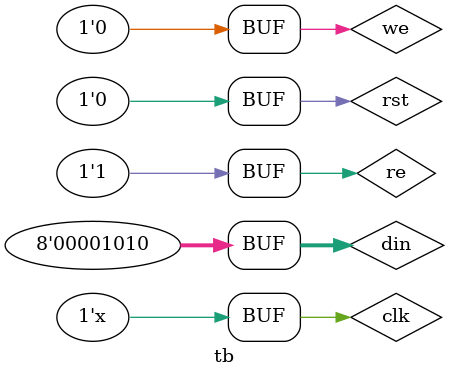
<source format=v>
module tb ();

reg clk,rst,we,re;
reg [7:0]din;
wire e,f,wr_err,rd_err;
wire [7:0]dout;

sync_FIFO fifo1(
	.clk(clk),
	.rst(rst),
	.we(we),
	.re(re),
	.din(din),
	.empty(e),
	.full(f),
	.wr_err(wr_err),
	.rd_err(rd_err),
	.dout(dout)
);

initial clk = 1'b0;
always #50 clk = !clk;

initial begin
	rst = 1'b1; we = 1'b0; re = 1'b0; din = 8'd0;
	#60 rst = 1'b0;
	#60 we = 1'b1; din = 8'd1;
	#100 din = 8'd2;
	#100 din = 8'd3;
	#100 din = 8'd4;
	#100 din = 8'd5;
	#100 din = 8'd6;
	#100 din = 8'd7;
	#100 din = 8'd8;
	#100 din = 8'd9;
	#100 din = 8'd10;
	#100 we = 1'b0;
	#100 re = 1'b1;
	#200 re = 1'b0;
	#100 we = 1'b1;
	#400 we = 1'b0;
	#100 re = 1'b1;
end

initial
	$monitor($time, " rst = %b, we = %b, re = %b, empty = %b,\
			full = %b, read error = %b, write error = %b, dout = %b",rst,we,re,e,f,rd_err,wr_err,dout);
 
endmodule 

</source>
